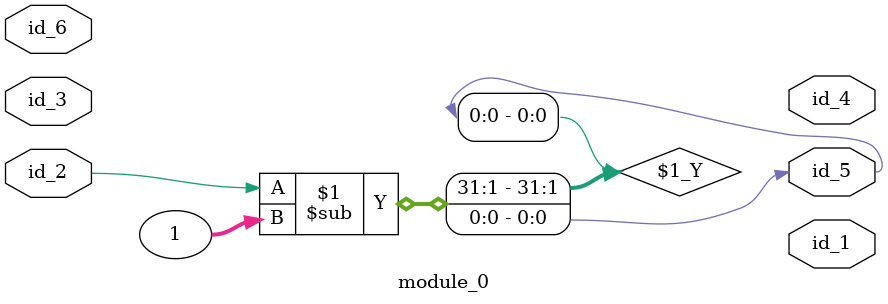
<source format=v>
`timescale 1 ps / 1ps
module module_0 (
    id_1,
    id_2,
    id_3,
    id_4,
    id_5,
    id_6
);
  inout id_6;
  output id_5;
  output id_4;
  inout id_3;
  inout id_2;
  output id_1;
  assign id_5 = id_2 - 1;
endmodule

</source>
